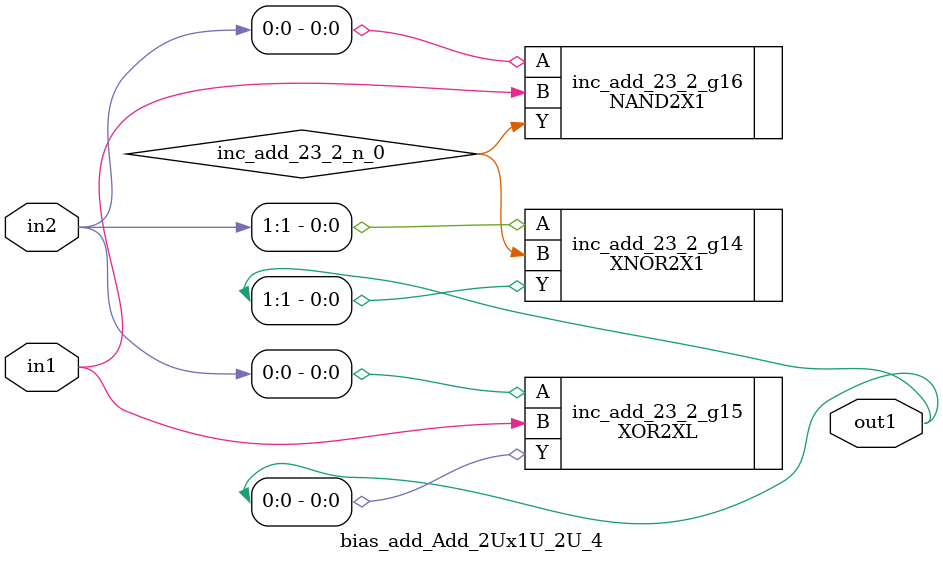
<source format=v>
`timescale 1ps / 1ps


module bias_add_Add_2Ux1U_2U_4(in2, in1, out1);
  input [1:0] in2;
  input in1;
  output [1:0] out1;
  wire [1:0] in2;
  wire in1;
  wire [1:0] out1;
  wire inc_add_23_2_n_0;
  XNOR2X1 inc_add_23_2_g14(.A (in2[1]), .B (inc_add_23_2_n_0), .Y
       (out1[1]));
  XOR2XL inc_add_23_2_g15(.A (in2[0]), .B (in1), .Y (out1[0]));
  NAND2X1 inc_add_23_2_g16(.A (in2[0]), .B (in1), .Y
       (inc_add_23_2_n_0));
endmodule



</source>
